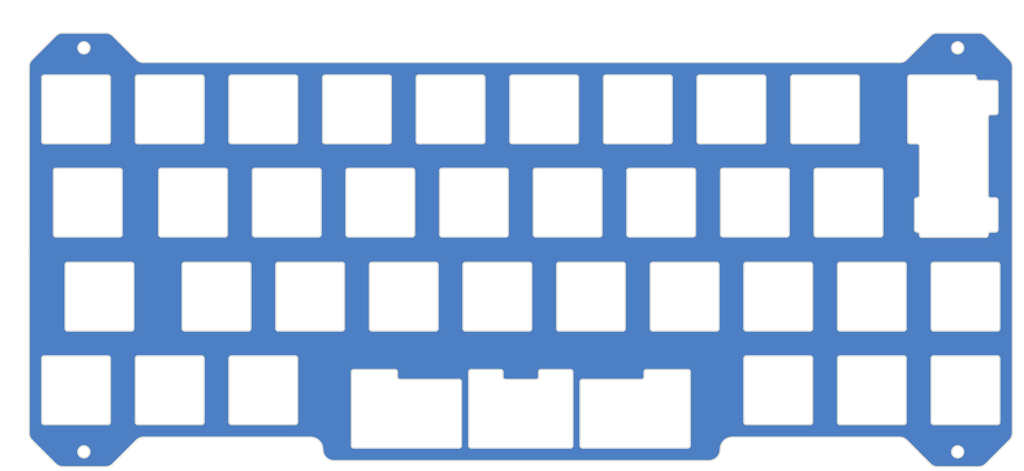
<source format=kicad_pcb>
(kicad_pcb (version 20221018) (generator pcbnew)
  (layers (0 "F.Cu" signal) (31 "B.Cu" signal) (34 "B.Paste" user) (35 "F.Paste" user) (36 "B.SilkS" user "B.Silkscreen") (37 "F.SilkS" user "F.Silkscreen") (38 "B.Mask" user) (39 "F.Mask" user) (44 "Edge.Cuts" user))
  (net 0 "")
  (gr_curve (pts (xy 70.699259 64.478914) (xy 70.699259 64.755056) (xy 70.475401 64.978914) (xy 70.199259 64.978914)) (stroke (width 0.25)) (layer "Edge.Cuts"))
  (gr_curve (pts (xy 155.924001 89.078655) (xy 156.200143 89.078655) (xy 156.424001 89.302513) (xy 156.424001 89.578655)) (stroke (width 0.25)) (layer "Edge.Cuts"))
  (gr_line (start 75.748874 64.478655) (end 75.748874 51.478655) (stroke (width 0.25)) (layer "Edge.Cuts"))
  (gr_curve (pts (xy 123.874001 103.078655) (xy 123.597858 103.078655) (xy 123.374001 102.854797) (xy 123.374001 102.578655)) (stroke (width 0.25)) (layer "Edge.Cuts"))
  (gr_curve (pts (xy 73.080259 83.444521) (xy 73.080259 83.720663) (xy 72.856401 83.944521) (xy 72.580259 83.944521)) (stroke (width 0.25)) (layer "Edge.Cuts"))
  (gr_line (start 171.498874 50.978655) (end 184.498874 50.978655) (stroke (width 0.25)) (layer "Edge.Cuts"))
  (gr_line (start 85.274001 102.578655) (end 85.274001 89.578655) (stroke (width 0.25)) (layer "Edge.Cuts"))
  (gr_curve (pts (xy 89.748874 121.628655) (xy 89.748874 121.904797) (xy 89.525016 122.128655) (xy 89.248874 122.128655)) (stroke (width 0.25)) (layer "Edge.Cuts"))
  (gr_curve (pts (xy 127.848874 64.478655) (xy 127.848874 64.754797) (xy 127.625016 64.978655) (xy 127.348874 64.978655)) (stroke (width 0.25)) (layer "Edge.Cuts"))
  (gr_line (start 151.074374 112.896414) (end 157.298374 112.896414) (stroke (width 0.25)) (layer "Edge.Cuts"))
  (gr_curve (pts (xy 223.098874 64.478655) (xy 223.098874 64.754797) (xy 222.875016 64.978655) (xy 222.598874 64.978655)) (stroke (width 0.25)) (layer "Edge.Cuts"))
  (gr_curve (pts (xy 57.199259 64.978914) (xy 56.923117 64.978914) (xy 56.699259 64.755056) (xy 56.699259 64.478914)) (stroke (width 0.25)) (layer "Edge.Cuts"))
  (gr_circle (center 65.292414 127.653649) (end 66.542414 127.653649) (stroke (width 0.25)) (fill none) (layer "Edge.Cuts"))
  (gr_line (start 200.073874 108.128655) (end 213.073874 108.128655) (stroke (width 0.25)) (layer "Edge.Cuts"))
  (gr_curve (pts (xy 61.461259 89.578914) (xy 61.461259 89.302771) (xy 61.685117 89.078914) (xy 61.961259 89.078914)) (stroke (width 0.25)) (layer "Edge.Cuts"))
  (gr_curve (pts (xy 150.574374 112.396414) (xy 150.574374 112.672556) (xy 150.798231 112.896414) (xy 151.074374 112.896414)) (stroke (width 0.25)) (layer "Edge.Cuts"))
  (gr_line (start 137.661259 83.444655) (end 137.661259 70.444655) (stroke (width 0.25)) (layer "Edge.Cuts"))
  (gr_curve (pts (xy 70.698874 121.628655) (xy 70.698874 121.904797) (xy 70.475016 122.128655) (xy 70.198874 122.128655)) (stroke (width 0.25)) (layer "Edge.Cuts"))
  (gr_curve (pts (xy 151.661259 83.444655) (xy 151.661259 83.720797) (xy 151.437401 83.944655) (xy 151.161259 83.944655)) (stroke (width 0.25)) (layer "Edge.Cuts"))
  (gr_curve (pts (xy 120.198374 126.891414) (xy 119.922231 126.891414) (xy 119.698374 126.667556) (xy 119.698374 126.391414)) (stroke (width 0.25)) (layer "Edge.Cuts"))
  (gr_line (start 156.711259 83.444655) (end 156.711259 70.444655) (stroke (width 0.25)) (layer "Edge.Cuts"))
  (gr_curve (pts (xy 219.124001 103.078655) (xy 218.847858 103.078655) (xy 218.624001 102.854797) (xy 218.624001 102.578655)) (stroke (width 0.25)) (layer "Edge.Cuts"))
  (gr_line (start 197.244597 124.653914) (end 231.293651 124.653965) (stroke (width 0.25)) (layer "Edge.Cuts"))
  (gr_curve (pts (xy 81.011259 83.944655) (xy 80.735117 83.944655) (xy 80.511259 83.720797) (xy 80.511259 83.444655)) (stroke (width 0.25)) (layer "Edge.Cuts"))
  (gr_line (start 155.924001 103.078655) (end 142.924001 103.078655) (stroke (width 0.25)) (layer "Edge.Cuts"))
  (gr_line (start 108.298874 64.978655) (end 95.298874 64.978655) (stroke (width 0.25)) (layer "Edge.Cuts"))
  (gr_line (start 184.498874 64.978655) (end 171.498874 64.978655) (stroke (width 0.25)) (layer "Edge.Cuts"))
  (gr_line (start 127.348874 64.978655) (end 114.348874 64.978655) (stroke (width 0.25)) (layer "Edge.Cuts"))
  (gr_line (start 213.861259 83.444655) (end 213.861259 70.444655) (stroke (width 0.25)) (layer "Edge.Cuts"))
  (gr_line (start 73.080259 70.444521) (end 73.080259 83.444521) (stroke (width 0.25)) (layer "Edge.Cuts"))
  (gr_line (start 176.261259 69.944655) (end 189.261259 69.944655) (stroke (width 0.25)) (layer "Edge.Cuts"))
  (gr_line (start 209.098874 64.478655) (end 209.098874 51.478655) (stroke (width 0.25)) (layer "Edge.Cuts"))
  (gr_line (start 218.623874 121.628655) (end 218.623874 108.628655) (stroke (width 0.25)) (layer "Edge.Cuts"))
  (gr_curve (pts (xy 137.661259 70.444655) (xy 137.661259 70.168513) (xy 137.885117 69.944655) (xy 138.161259 69.944655)) (stroke (width 0.25)) (layer "Edge.Cuts"))
  (gr_curve (pts (xy 80.511259 70.444655) (xy 80.511259 70.168513) (xy 80.735117 69.944655) (xy 81.011259 69.944655)) (stroke (width 0.25)) (layer "Edge.Cuts"))
  (gr_curve (pts (xy 164.298374 110.891414) (xy 164.574516 110.891414) (xy 164.798374 111.115271) (xy 164.798374 111.391414)) (stroke (width 0.25)) (layer "Edge.Cuts"))
  (gr_line (start 251.673874 108.628655) (end 251.673874 121.628655) (stroke (width 0.25)) (layer "Edge.Cuts"))
  (gr_curve (pts (xy 129.111374 112.391414) (xy 129.111374 112.667556) (xy 129.335231 112.891414) (xy 129.611374 112.891414)) (stroke (width 0.25)) (layer "Edge.Cuts"))
  (gr_line (start 89.248874 122.128655) (end 76.248874 122.128655) (stroke (width 0.25)) (layer "Edge.Cuts"))
  (gr_curve (pts (xy 189.761259 83.444655) (xy 189.761259 83.720797) (xy 189.537401 83.944655) (xy 189.261259 83.944655)) (stroke (width 0.25)) (layer "Edge.Cuts"))
  (gr_line (start 237.673874 121.628655) (end 237.673874 108.628655) (stroke (width 0.25)) (layer "Edge.Cuts"))
  (gr_curve (pts (xy 233.411374 50.978914) (xy 233.135232 50.978914) (xy 232.911374 51.202771) (xy 232.911374 51.478914)) (stroke (width 0.25)) (layer "Edge.Cuts"))
  (gr_curve (pts (xy 165.948874 64.478655) (xy 165.948874 64.754797) (xy 165.725016 64.978655) (xy 165.448874 64.978655)) (stroke (width 0.25)) (layer "Edge.Cuts"))
  (gr_line (start 136.874001 103.078655) (end 123.874001 103.078655) (stroke (width 0.25)) (layer "Edge.Cuts"))
  (gr_curve (pts (xy 199.574001 89.578655) (xy 199.574001 89.302513) (xy 199.797858 89.078655) (xy 200.074001 89.078655)) (stroke (width 0.25)) (layer "Edge.Cuts"))
  (gr_curve (pts (xy 190.548874 64.978655) (xy 190.272732 64.978655) (xy 190.048874 64.754797) (xy 190.048874 64.478655)) (stroke (width 0.25)) (layer "Edge.Cuts"))
  (gr_curve (pts (xy 89.248874 108.128655) (xy 89.525016 108.128655) (xy 89.748874 108.352513) (xy 89.748874 108.628655)) (stroke (width 0.25)) (layer "Edge.Cuts"))
  (gr_curve (pts (xy 180.524001 89.578655) (xy 180.524001 89.302513) (xy 180.747858 89.078655) (xy 181.024001 89.078655)) (stroke (width 0.25)) (layer "Edge.Cuts"))
  (gr_line (start 249.792624 82.946914) (end 250.792624 82.946914) (stroke (width 0.25)) (layer "Edge.Cuts"))
  (gr_curve (pts (xy 213.074001 89.078655) (xy 213.350143 89.078655) (xy 213.574001 89.302513) (xy 213.574001 89.578655)) (stroke (width 0.25)) (layer "Edge.Cuts"))
  (gr_curve (pts (xy 132.111259 69.944655) (xy 132.387401 69.944655) (xy 132.611259 70.168513) (xy 132.611259 70.444655)) (stroke (width 0.25)) (layer "Edge.Cuts"))
  (gr_line (start 194.524001 89.578655) (end 194.524001 102.578655) (stroke (width 0.25)) (layer "Edge.Cuts"))
  (gr_line (start 166.236374 126.391414) (end 166.236374 113.391414) (stroke (width 0.25)) (layer "Edge.Cuts"))
  (gr_line (start 72.580259 83.944521) (end 59.580259 83.944521) (stroke (width 0.25)) (layer "Edge.Cuts"))
  (gr_curve (pts (xy 213.573874 121.628655) (xy 213.573874 121.904797) (xy 213.350016 122.128655) (xy 213.073874 122.128655)) (stroke (width 0.25)) (layer "Edge.Cuts"))
  (gr_line (start 113.561259 70.444655) (end 113.561259 83.444655) (stroke (width 0.25)) (layer "Edge.Cuts"))
  (gr_curve (pts (xy 227.861259 83.444655) (xy 227.861259 83.720797) (xy 227.637401 83.944655) (xy 227.361259 83.944655)) (stroke (width 0.25)) (layer "Edge.Cuts"))
  (gr_curve (pts (xy 164.798374 126.391414) (xy 164.798374 126.667556) (xy 164.574516 126.891414) (xy 164.298374 126.891414)) (stroke (width 0.25)) (layer "Edge.Cuts"))
  (gr_line (start 249.292624 75.446914) (end 249.292624 59.570914) (stroke (width 0.25)) (layer "Edge.Cuts"))
  (gr_curve (pts (xy 70.199259 50.978914) (xy 70.475401 50.978914) (xy 70.699259 51.202771) (xy 70.699259 51.478914)) (stroke (width 0.25)) (layer "Edge.Cuts"))
  (gr_line (start 164.298374 126.891414) (end 144.074374 126.891414) (stroke (width 0.25)) (layer "Edge.Cuts"))
  (gr_line (start 119.698374 126.391414) (end 119.698374 111.391414) (stroke (width 0.25)) (layer "Edge.Cuts"))
  (gr_line (start 165.448874 64.978655) (end 152.448874 64.978655) (stroke (width 0.25)) (layer "Edge.Cuts"))
  (gr_curve (pts (xy 232.123874 108.128655) (xy 232.400016 108.128655) (xy 232.623874 108.352513) (xy 232.623874 108.628655)) (stroke (width 0.25)) (layer "Edge.Cuts"))
  (gr_curve (pts (xy 108.298874 50.978655) (xy 108.575016 50.978655) (xy 108.798874 51.202513) (xy 108.798874 51.478655)) (stroke (width 0.25)) (layer "Edge.Cuts"))
  (gr_line (start 118.611259 83.444655) (end 118.611259 70.444655) (stroke (width 0.25)) (layer "Edge.Cuts"))
  (gr_curve (pts (xy 204.048874 64.478655) (xy 204.048874 64.754797) (xy 203.825016 64.978655) (xy 203.548874 64.978655)) (stroke (width 0.25)) (layer "Edge.Cuts"))
  (gr_curve (pts (xy 251.292624 76.446914) (xy 251.292624 76.170771) (xy 251.068766 75.946914) (xy 250.792624 75.946914)) (stroke (width 0.25)) (layer "Edge.Cuts"))
  (gr_curve (pts (xy 133.398874 64.978655) (xy 133.122732 64.978655) (xy 132.898874 64.754797) (xy 132.898874 64.478655)) (stroke (width 0.25)) (layer "Edge.Cuts"))
  (gr_line (start 128.611374 110.891414) (end 128.611374 110.896414) (stroke (width 0.25)) (layer "Edge.Cuts"))
  (gr_line (start 142.424001 102.578655) (end 142.424001 89.578655) (stroke (width 0.25)) (layer "Edge.Cuts"))
  (gr_line (start 104.824001 89.078655) (end 117.824001 89.078655) (stroke (width 0.25)) (layer "Edge.Cuts"))
  (gr_curve (pts (xy 234.792624 64.983914) (xy 235.068766 64.983914) (xy 235.292624 65.207771) (xy 235.292624 65.483914)) (stroke (width 0.25)) (layer "Edge.Cuts"))
  (gr_line (start 190.548874 50.978655) (end 203.548874 50.978655) (stroke (width 0.25)) (layer "Edge.Cuts"))
  (gr_line (start 238.951881 130.655466) (end 247.370327 130.655554) (stroke (width 0.25)) (layer "Edge.Cuts"))
  (gr_curve (pts (xy 74.961259 89.078914) (xy 75.237401 89.078914) (xy 75.461259 89.302771) (xy 75.461259 89.578914)) (stroke (width 0.25)) (layer "Edge.Cuts"))
  (gr_line (start 57.199259 50.978914) (end 70.199259 50.978914) (stroke (width 0.25)) (layer "Edge.Cuts"))
  (gr_line (start 209.598874 50.978655) (end 222.598874 50.978655) (stroke (width 0.25)) (layer "Edge.Cuts"))
  (gr_curve (pts (xy 248.785003 43.039653) (xy 248.40993 42.66458) (xy 247.901222 42.453867) (xy 247.370789 42.453867)) (stroke (width 0.25)) (layer "Edge.Cuts"))
  (gr_line (start 114.348874 50.978655) (end 127.348874 50.978655) (stroke (width 0.25)) (layer "Edge.Cuts"))
  (gr_curve (pts (xy 251.673874 121.628655) (xy 251.673874 121.904797) (xy 251.450016 122.128655) (xy 251.173874 122.128655)) (stroke (width 0.25)) (layer "Edge.Cuts"))
  (gr_line (start 95.298874 108.128655) (end 108.298874 108.128655) (stroke (width 0.25)) (layer "Edge.Cuts"))
  (gr_line (start 146.398874 64.978655) (end 133.398874 64.978655) (stroke (width 0.25)) (layer "Edge.Cuts"))
  (gr_line (start 213.073874 122.128655) (end 200.073874 122.128655) (stroke (width 0.25)) (layer "Edge.Cuts"))
  (gr_curve (pts (xy 150.074374 110.891414) (xy 150.350516 110.891414) (xy 150.574374 111.115271) (xy 150.574374 111.391414)) (stroke (width 0.25)) (layer "Edge.Cuts"))
  (gr_line (start 223.098874 51.478655) (end 223.098874 64.478655) (stroke (width 0.25)) (layer "Edge.Cuts"))
  (gr_curve (pts (xy 156.711259 70.444655) (xy 156.711259 70.168513) (xy 156.935117 69.944655) (xy 157.211259 69.944655)) (stroke (width 0.25)) (layer "Edge.Cuts"))
  (gr_curve (pts (xy 175.761259 70.444655) (xy 175.761259 70.168513) (xy 175.985117 69.944655) (xy 176.261259 69.944655)) (stroke (width 0.25)) (layer "Edge.Cuts"))
  (gr_curve (pts (xy 247.370327 130.655554) (xy 247.90076 130.65556) (xy 248.40947 130.444852) (xy 248.784547 130.069783)) (stroke (width 0.25)) (layer "Edge.Cuts"))
  (gr_curve (pts (xy 72.580259 69.944521) (xy 72.856401 69.944521) (xy 73.080259 70.168378) (xy 73.080259 70.444521)) (stroke (width 0.25)) (layer "Edge.Cuts"))
  (gr_line (start 227.361259 83.944655) (end 214.361259 83.944655) (stroke (width 0.25)) (layer "Edge.Cuts"))
  (gr_line (start 69.745449 42.453867) (end 61.002301 42.453867) (stroke (width 0.25)) (layer "Edge.Cuts"))
  (gr_line (start 246.911374 51.570914) (end 246.911374 51.478914) (stroke (width 0.25)) (layer "Edge.Cuts"))
  (gr_curve (pts (xy 76.248874 64.978655) (xy 75.972732 64.978655) (xy 75.748874 64.754797) (xy 75.748874 64.478655)) (stroke (width 0.25)) (layer "Edge.Cuts"))
  (gr_curve (pts (xy 203.548874 50.978655) (xy 203.825016 50.978655) (xy 204.048874 51.202513) (xy 204.048874 51.478655)) (stroke (width 0.25)) (layer "Edge.Cuts"))
  (gr_curve (pts (xy 251.292624 52.570914) (xy 251.292624 52.294771) (xy 251.068766 52.070914) (xy 250.792624 52.070914)) (stroke (width 0.25)) (layer "Edge.Cuts"))
  (gr_line (start 158.298374 110.891414) (end 164.298374 110.891414) (stroke (width 0.25)) (layer "Edge.Cuts"))
  (gr_line (start 175.474001 89.578655) (end 175.474001 102.578655) (stroke (width 0.25)) (layer "Edge.Cuts"))
  (gr_line (start 161.474001 102.578655) (end 161.474001 89.578655) (stroke (width 0.25)) (layer "Edge.Cuts"))
  (gr_line (start 108.798874 108.628655) (end 108.798874 121.628655) (stroke (width 0.25)) (layer "Edge.Cuts"))
  (gr_curve (pts (xy 170.711259 83.444655) (xy 170.711259 83.720797) (xy 170.487401 83.944655) (xy 170.211259 83.944655)) (stroke (width 0.25)) (layer "Edge.Cuts"))
  (gr_line (start 175.761259 83.444655) (end 175.761259 70.444655) (stroke (width 0.25)) (layer "Edge.Cuts"))
  (gr_curve (pts (xy 188.674374 126.391414) (xy 188.674374 126.667556) (xy 188.450516 126.891414) (xy 188.174374 126.891414)) (stroke (width 0.25)) (layer "Edge.Cuts"))
  (gr_curve (pts (xy 113.061259 69.944655) (xy 113.337401 69.944655) (xy 113.561259 70.168513) (xy 113.561259 70.444655)) (stroke (width 0.25)) (layer "Edge.Cuts"))
  (gr_line (start 71.159207 130.067923) (end 75.987693 125.239538) (stroke (width 0.25)) (layer "Edge.Cuts"))
  (gr_curve (pts (xy 54.75966 47.86808) (xy 54.384587 48.243153) (xy 54.173873 48.751861) (xy 54.173873 49.282294)) (stroke (width 0.25)) (layer "Edge.Cuts"))
  (gr_curve (pts (xy 61.961259 103.078914) (xy 61.685117 103.078914) (xy 61.461259 102.855056) (xy 61.461259 102.578914)) (stroke (width 0.25)) (layer "Edge.Cuts"))
  (gr_curve (pts (xy 75.987693 125.239538) (xy 76.356813 124.870425) (xy 76.855618 124.660257) (xy 77.377589 124.653914)) (stroke (width 0.25)) (layer "Edge.Cuts"))
  (gr_line (start 151.948874 64.478655) (end 151.948874 51.478655) (stroke (width 0.25)) (layer "Edge.Cuts"))
  (gr_line (start 76.248874 50.978655) (end 89.248874 50.978655) (stroke (width 0.25)) (layer "Edge.Cuts"))
  (gr_line (start 233.411374 64.983914) (end 234.792624 64.983914) (stroke (width 0.25)) (layer "Edge.Cuts"))
  (gr_curve (pts (xy 234.292624 82.446914) (xy 234.292624 82.723056) (xy 234.516481 82.946914) (xy 234.792624 82.946914)) (stroke (width 0.25)) (layer "Edge.Cuts"))
  (gr_curve (pts (xy 98.774001 89.078655) (xy 99.050143 89.078655) (xy 99.274001 89.302513) (xy 99.274001 89.578655)) (stroke (width 0.25)) (layer "Edge.Cuts"))
  (gr_line (start 132.611259 70.444655) (end 132.611259 83.444655) (stroke (width 0.25)) (layer "Edge.Cuts"))
  (gr_line (start 157.798374 112.396414) (end 157.798374 111.391414) (stroke (width 0.25)) (layer "Edge.Cuts"))
  (gr_curve (pts (xy 251.674517 102.578655) (xy 251.674517 102.854797) (xy 251.450659 103.078655) (xy 251.174517 103.078655)) (stroke (width 0.25)) (layer "Edge.Cuts"))
  (gr_line (start 232.624001 89.578655) (end 232.624001 102.578655) (stroke (width 0.25)) (layer "Edge.Cuts"))
  (gr_curve (pts (xy 54.173483 123.825104) (xy 54.173478 124.355537) (xy 54.384186 124.864247) (xy 54.759255 125.239324)) (stroke (width 0.25)) (layer "Edge.Cuts"))
  (gr_curve (pts (xy 117.824001 89.078655) (xy 118.100143 89.078655) (xy 118.324001 89.302513) (xy 118.324001 89.578655)) (stroke (width 0.25)) (layer "Edge.Cuts"))
  (gr_line (start 237.53813 43.039653) (end 232.709661 47.868122) (stroke (width 0.25)) (layer "Edge.Cuts"))
  (gr_curve (pts (xy 232.624001 102.578655) (xy 232.624001 102.854797) (xy 232.400143 103.078655) (xy 232.124001 103.078655)) (stroke (width 0.25)) (layer "Edge.Cuts"))
  (gr_line (start 189.261259 83.944655) (end 176.261259 83.944655) (stroke (width 0.25)) (layer "Edge.Cuts"))
  (gr_line (start 199.574001 102.578655) (end 199.574001 89.578655) (stroke (width 0.25)) (layer "Edge.Cuts"))
  (gr_curve (pts (xy 200.073874 122.128655) (xy 199.797731 122.128655) (xy 199.573874 121.904797) (xy 199.573874 121.628655)) (stroke (width 0.25)) (layer "Edge.Cuts"))
  (gr_curve (pts (xy 234.792624 75.946914) (xy 234.516481 75.946914) (xy 234.292624 76.170771) (xy 234.292624 76.446914)) (stroke (width 0.25)) (layer "Edge.Cuts"))
  (gr_curve (pts (xy 69.744987 130.653695) (xy 70.27542 130.6537) (xy 70.78413 130.442992) (xy 71.159207 130.067923)) (stroke (width 0.25)) (layer "Edge.Cuts"))
  (gr_line (start 251.292624 82.446914) (end 251.292624 76.446914) (stroke (width 0.25)) (layer "Edge.Cuts"))
  (gr_curve (pts (xy 194.744593 127.15391) (xy 194.744595 125.773198) (xy 195.863885 124.653912) (xy 197.244597 124.653914)) (stroke (width 0.25)) (layer "Edge.Cuts"))
  (gr_line (start 89.248874 64.978655) (end 76.248874 64.978655) (stroke (width 0.25)) (layer "Edge.Cuts"))
  (gr_curve (pts (xy 142.924001 103.078655) (xy 142.647858 103.078655) (xy 142.424001 102.854797) (xy 142.424001 102.578655)) (stroke (width 0.25)) (layer "Edge.Cuts"))
  (gr_line (start 137.374001 89.578655) (end 137.374001 102.578655) (stroke (width 0.25)) (layer "Edge.Cuts"))
  (gr_line (start 132.111259 83.944655) (end 119.111259 83.944655) (stroke (width 0.25)) (layer "Edge.Cuts"))
  (gr_curve (pts (xy 152.448874 64.978655) (xy 152.172732 64.978655) (xy 151.948874 64.754797) (xy 151.948874 64.478655)) (stroke (width 0.25)) (layer "Edge.Cuts"))
  (gr_curve (pts (xy 142.424001 89.578655) (xy 142.424001 89.302513) (xy 142.647858 89.078655) (xy 142.924001 89.078655)) (stroke (width 0.25)) (layer "Edge.Cuts"))
  (gr_curve (pts (xy 57.198874 122.128655) (xy 56.922731 122.128655) (xy 56.698874 121.904797) (xy 56.698874 121.628655)) (stroke (width 0.25)) (layer "Edge.Cuts"))
  (gr_curve (pts (xy 94.011259 69.944655) (xy 94.287401 69.944655) (xy 94.511259 70.168513) (xy 94.511259 70.444655)) (stroke (width 0.25)) (layer "Edge.Cuts"))
  (gr_line (start 59.588087 43.039653) (end 54.75966 47.86808) (stroke (width 0.25)) (layer "Edge.Cuts"))
  (gr_curve (pts (xy 142.136374 126.391414) (xy 142.136374 126.667556) (xy 141.912516 126.891414) (xy 141.636374 126.891414)) (stroke (width 0.25)) (layer "Edge.Cuts"))
  (gr_line (start 61.001839 130.653603) (end 69.744987 130.653695) (stroke (width 0.25)) (layer "Edge.Cuts"))
  (gr_curve (pts (xy 137.374001 102.578655) (xy 137.374001 102.854797) (xy 137.150143 103.078655) (xy 136.874001 103.078655)) (stroke (width 0.25)) (layer "Edge.Cuts"))
  (gr_line (start 165.948874 51.478655) (end 165.948874 64.478655) (stroke (width 0.25)) (layer "Edge.Cuts"))
  (gr_curve (pts (xy 248.792624 84.033914) (xy 249.068766 84.033914) (xy 249.292624 83.810056) (xy 249.292624 83.533914)) (stroke (width 0.25)) (layer "Edge.Cuts"))
  (gr_line (start 164.798374 111.391414) (end 164.798374 126.391414) (stroke (width 0.25)) (layer "Edge.Cuts"))
  (gr_curve (pts (xy 104.824001 103.078655) (xy 104.547858 103.078655) (xy 104.324001 102.854797) (xy 104.324001 102.578655)) (stroke (width 0.25)) (layer "Edge.Cuts"))
  (gr_curve (pts (xy 119.698374 111.391414) (xy 119.698374 111.115271) (xy 119.922231 110.891414) (xy 120.198374 110.891414)) (stroke (width 0.25)) (layer "Edge.Cuts"))
  (gr_line (start 74.961259 103.078914) (end 61.961259 103.078914) (stroke (width 0.25)) (layer "Edge.Cuts"))
  (gr_line (start 213.574001 89.578655) (end 213.574001 102.578655) (stroke (width 0.25)) (layer "Edge.Cuts"))
  (gr_line (start 179.261374 112.391414) (end 179.261374 111.396414) (stroke (width 0.25)) (layer "Edge.Cuts"))
  (gr_line (start 61.461259 102.578914) (end 61.461259 89.578914) (stroke (width 0.25)) (layer "Edge.Cuts"))
  (gr_curve (pts (xy 208.311259 69.944655) (xy 208.587401 69.944655) (xy 208.811259 70.168513) (xy 208.811259 70.444655)) (stroke (width 0.25)) (layer "Edge.Cuts"))
  (gr_curve (pts (xy 157.298374 112.896414) (xy 157.574516 112.896414) (xy 157.798374 112.672556) (xy 157.798374 112.396414)) (stroke (width 0.25)) (layer "Edge.Cuts"))
  (gr_curve (pts (xy 94.798874 108.628655) (xy 94.798874 108.352513) (xy 95.022731 108.128655) (xy 95.298874 108.128655)) (stroke (width 0.25)) (layer "Edge.Cuts"))
  (gr_curve (pts (xy 232.124001 89.078655) (xy 232.400143 89.078655) (xy 232.624001 89.302513) (xy 232.624001 89.578655)) (stroke (width 0.25)) (layer "Edge.Cuts"))
  (gr_line (start 81.011259 69.944655) (end 94.011259 69.944655) (stroke (width 0.25)) (layer "Edge.Cuts"))
  (gr_line (start 246.411374 50.978914) (end 233.411374 50.978914) (stroke (width 0.25)) (layer "Edge.Cuts"))
  (gr_line (start 213.074001 103.078655) (end 200.074001 103.078655) (stroke (width 0.25)) (layer "Edge.Cuts"))
  (gr_line (start 179.761374 110.896414) (end 188.174374 110.896414) (stroke (width 0.25)) (layer "Edge.Cuts"))
  (gr_curve (pts (xy 214.361259 83.944655) (xy 214.085117 83.944655) (xy 213.861259 83.720797) (xy 213.861259 83.444655)) (stroke (width 0.25)) (layer "Edge.Cuts"))
  (gr_curve (pts (xy 75.748874 108.628655) (xy 75.748874 108.352513) (xy 75.972731 108.128655) (xy 76.248874 108.128655)) (stroke (width 0.25)) (layer "Edge.Cuts"))
  (gr_line (start 208.311259 83.944655) (end 195.311259 83.944655) (stroke (width 0.25)) (layer "Edge.Cuts"))
  (gr_curve (pts (xy 70.198874 108.128655) (xy 70.475016 108.128655) (xy 70.698874 108.352513) (xy 70.698874 108.628655)) (stroke (width 0.25)) (layer "Edge.Cuts"))
  (gr_line (start 108.298874 122.128655) (end 95.298874 122.128655) (stroke (width 0.25)) (layer "Edge.Cuts"))
  (gr_line (start 104.324001 102.578655) (end 104.324001 89.578655) (stroke (width 0.25)) (layer "Edge.Cuts"))
  (gr_line (start 142.136374 113.391414) (end 142.136374 126.391414) (stroke (width 0.25)) (layer "Edge.Cuts"))
  (gr_line (start 80.511259 83.444655) (end 80.511259 70.444655) (stroke (width 0.25)) (layer "Edge.Cuts"))
  (gr_line (start 75.461259 89.578914) (end 75.461259 102.578914) (stroke (width 0.25)) (layer "Edge.Cuts"))
  (gr_curve (pts (xy 56.699259 51.478914) (xy 56.699259 51.202771) (xy 56.923117 50.978914) (xy 57.199259 50.978914)) (stroke (width 0.25)) (layer "Edge.Cuts"))
  (gr_line (start 70.699259 51.478914) (end 70.699259 64.478914) (stroke (width 0.25)) (layer "Edge.Cuts"))
  (gr_curve (pts (xy 114.348874 64.978655) (xy 114.072732 64.978655) (xy 113.848874 64.754797) (xy 113.848874 64.478655)) (stroke (width 0.25)) (layer "Edge.Cuts"))
  (gr_line (start 235.292624 83.446914) (end 235.292624 83.533914) (stroke (width 0.25)) (layer "Edge.Cuts"))
  (gr_curve (pts (xy 100.061259 83.944655) (xy 99.785117 83.944655) (xy 99.561259 83.720797) (xy 99.561259 83.444655)) (stroke (width 0.25)) (layer "Edge.Cuts"))
  (gr_line (start 75.98809 47.86808) (end 71.159663 43.039653) (stroke (width 0.25)) (layer "Edge.Cuts"))
  (gr_line (start 99.274001 89.578655) (end 99.274001 102.578655) (stroke (width 0.25)) (layer "Edge.Cuts"))
  (gr_curve (pts (xy 178.761374 112.891414) (xy 179.037516 112.891414) (xy 179.261374 112.667556) (xy 179.261374 112.391414)) (stroke (width 0.25)) (layer "Edge.Cuts"))
  (gr_curve (pts (xy 209.098874 51.478655) (xy 209.098874 51.202513) (xy 209.322732 50.978655) (xy 209.598874 50.978655)) (stroke (width 0.25)) (layer "Edge.Cuts"))
  (gr_curve (pts (xy 232.709661 47.868122) (xy 232.334588 48.243195) (xy 231.82588 48.453909) (xy 231.295446 48.453909)) (stroke (width 0.25)) (layer "Edge.Cuts"))
  (gr_curve (pts (xy 118.324001 102.578655) (xy 118.324001 102.854797) (xy 118.100143 103.078655) (xy 117.824001 103.078655)) (stroke (width 0.25)) (layer "Edge.Cuts"))
  (gr_line (start 113.848874 64.478655) (end 113.848874 51.478655) (stroke (width 0.25)) (layer "Edge.Cuts"))
  (gr_line (start 166.736374 112.891414) (end 178.761374 112.891414) (stroke (width 0.25)) (layer "Edge.Cuts"))
  (gr_line (start 143.574374 126.391414) (end 143.574374 111.391414) (stroke (width 0.25)) (layer "Edge.Cuts"))
  (gr_curve (pts (xy 138.161259 83.944655) (xy 137.885117 83.944655) (xy 137.661259 83.720797) (xy 137.661259 83.444655)) (stroke (width 0.25)) (layer "Edge.Cuts"))
  (gr_line (start 108.798874 51.478655) (end 108.798874 64.478655) (stroke (width 0.25)) (layer "Edge.Cuts"))
  (gr_line (start 156.424001 89.578655) (end 156.424001 102.578655) (stroke (width 0.25)) (layer "Edge.Cuts"))
  (gr_line (start 190.048874 64.478655) (end 190.048874 51.478655) (stroke (width 0.25)) (layer "Edge.Cuts"))
  (gr_line (start 208.811259 70.444655) (end 208.811259 83.444655) (stroke (width 0.25)) (layer "Edge.Cuts"))
  (gr_curve (pts (xy 161.474001 89.578655) (xy 161.474001 89.302513) (xy 161.697858 89.078655) (xy 161.974001 89.078655)) (stroke (width 0.25)) (layer "Edge.Cuts"))
  (gr_curve (pts (xy 218.624001 89.578655) (xy 218.624001 89.302513) (xy 218.847858 89.078655) (xy 219.124001 89.078655)) (stroke (width 0.25)) (layer "Edge.Cuts"))
  (gr_line (start 247.370789 42.453867) (end 238.952343 42.453867) (stroke (width 0.25)) (layer "Edge.Cuts"))
  (gr_curve (pts (xy 232.911374 64.483914) (xy 232.911374 64.760056) (xy 233.135232 64.983914) (xy 233.411374 64.983914)) (stroke (width 0.25)) (layer "Edge.Cuts"))
  (gr_curve (pts (xy 157.798374 111.391414) (xy 157.798374 111.115271) (xy 158.022231 110.891414) (xy 158.298374 110.891414)) (stroke (width 0.25)) (layer "Edge.Cuts"))
  (gr_line (start 203.548874 64.978655) (end 190.548874 64.978655) (stroke (width 0.25)) (layer "Edge.Cuts"))
  (gr_curve (pts (xy 192.482871 129.415637) (xy 193.731974 129.415637) (xy 194.744577 128.403047) (xy 194.744593 127.153943)) (stroke (width 0.25)) (layer "Edge.Cuts"))
  (gr_line (start 151.161259 83.944655) (end 138.161259 83.944655) (stroke (width 0.25)) (layer "Edge.Cuts"))
  (gr_curve (pts (xy 194.744593 127.153943) (xy 194.744593 127.153932) (xy 194.744593 127.153921) (xy 194.744593 127.15391)) (stroke (width 0.25)) (layer "Edge.Cuts"))
  (gr_curve (pts (xy 59.587631 130.067802) (xy 59.9627 130.442878) (xy 60.471406 130.653597) (xy 61.001839 130.653603)) (stroke (width 0.25)) (layer "Edge.Cuts"))
  (gr_line (start 219.124001 89.078655) (end 232.124001 89.078655) (stroke (width 0.25)) (layer "Edge.Cuts"))
  (gr_line (start 123.374001 102.578655) (end 123.374001 89.578655) (stroke (width 0.25)) (layer "Edge.Cuts"))
  (gr_line (start 249.292624 83.533914) (end 249.292624 83.446914) (stroke (width 0.25)) (layer "Edge.Cuts"))
  (gr_curve (pts (xy 218.623874 108.628655) (xy 218.623874 108.352513) (xy 218.847731 108.128655) (xy 219.123874 108.128655)) (stroke (width 0.25)) (layer "Edge.Cuts"))
  (gr_line (start 232.123874 122.128655) (end 219.123874 122.128655) (stroke (width 0.25)) (layer "Edge.Cuts"))
  (gr_curve (pts (xy 95.298874 64.978655) (xy 95.022732 64.978655) (xy 94.798874 64.754797) (xy 94.798874 64.478655)) (stroke (width 0.25)) (layer "Edge.Cuts"))
  (gr_curve (pts (xy 170.211259 69.944655) (xy 170.487401 69.944655) (xy 170.711259 70.168513) (xy 170.711259 70.444655)) (stroke (width 0.25)) (layer "Edge.Cuts"))
  (gr_curve (pts (xy 146.898874 64.478655) (xy 146.898874 64.754797) (xy 146.675016 64.978655) (xy 146.398874 64.978655)) (stroke (width 0.25)) (layer "Edge.Cuts"))
  (gr_curve (pts (xy 132.898874 51.478655) (xy 132.898874 51.202513) (xy 133.122732 50.978655) (xy 133.398874 50.978655)) (stroke (width 0.25)) (layer "Edge.Cuts"))
  (gr_curve (pts (xy 127.348874 50.978655) (xy 127.625016 50.978655) (xy 127.848874 51.202513) (xy 127.848874 51.478655)) (stroke (width 0.25)) (layer "Edge.Cuts"))
  (gr_curve (pts (xy 132.611259 83.444655) (xy 132.611259 83.720797) (xy 132.387401 83.944655) (xy 132.111259 83.944655)) (stroke (width 0.25)) (layer "Edge.Cuts"))
  (gr_curve (pts (xy 253.613057 125.241374) (xy 253.988134 124.866305) (xy 254.198853 124.357599) (xy 254.198858 123.827166)) (stroke (width 0.25)) (layer "Edge.Cuts"))
  (gr_line (start 180.524001 102.578655) (end 180.524001 89.578655) (stroke (width 0.25)) (layer "Edge.Cuts"))
  (gr_line (start 94.798874 64.478655) (end 94.798874 51.478655) (stroke (width 0.25)) (layer "Edge.Cuts"))
  (gr_curve (pts (xy 75.748874 51.478655) (xy 75.748874 51.202513) (xy 75.972732 50.978655) (xy 76.248874 50.978655)) (stroke (width 0.25)) (layer "Edge.Cuts"))
  (gr_line (start 120.198374 110.891414) (end 128.611374 110.891414) (stroke (width 0.25)) (layer "Edge.Cuts"))
  (gr_line (start 54.173873 49.282294) (end 54.173874 86.432641) (stroke (width 0.25)) (layer "Edge.Cuts"))
  (gr_line (start 56.698874 121.628655) (end 56.698874 108.628655) (stroke (width 0.25)) (layer "Edge.Cuts"))
  (gr_line (start 184.998874 51.478655) (end 184.998874 64.478655) (stroke (width 0.25)) (layer "Edge.Cuts"))
  (gr_curve (pts (xy 249.792624 75.946914) (xy 249.516481 75.946914) (xy 249.292624 75.723056) (xy 249.292624 75.446914)) (stroke (width 0.25)) (layer "Edge.Cuts"))
  (gr_curve (pts (xy 94.798874 51.478655) (xy 94.798874 51.202513) (xy 95.022732 50.978655) (xy 95.298874 50.978655)) (stroke (width 0.25)) (layer "Edge.Cuts"))
  (gr_circle (center 243.080103 45.453885) (end 244.330103 45.453885) (stroke (width 0.25)) (fill none) (layer "Edge.Cuts"))
  (gr_curve (pts (xy 151.948874 51.478655) (xy 151.948874 51.202513) (xy 152.172732 50.978655) (xy 152.448874 50.978655)) (stroke (width 0.25)) (layer "Edge.Cuts"))
  (gr_line (start 235.792624 84.033914) (end 248.792624 84.033914) (stroke (width 0.25)) (layer "Edge.Cuts"))
  (gr_line (start 174.974001 103.078655) (end 161.974001 103.078655) (stroke (width 0.25)) (layer "Edge.Cuts"))
  (gr_curve (pts (xy 237.537674 130.069665) (xy 237.912743 130.444742) (xy 238.421448 130.655461) (xy 238.951881 130.655466)) (stroke (width 0.25)) (layer "Edge.Cuts"))
  (gr_line (start 251.674517 89.578655) (end 251.674517 102.578655) (stroke (width 0.25)) (layer "Edge.Cuts"))
  (gr_curve (pts (xy 249.292624 59.570914) (xy 249.292624 59.294771) (xy 249.516482 59.070914) (xy 249.792624 59.070914)) (stroke (width 0.25)) (layer "Edge.Cuts"))
  (gr_curve (pts (xy 209.598874 64.978655) (xy 209.322732 64.978655) (xy 209.098874 64.754797) (xy 209.098874 64.478655)) (stroke (width 0.25)) (layer "Edge.Cuts"))
  (gr_curve (pts (xy 141.636374 112.891414) (xy 141.912516 112.891414) (xy 142.136374 113.115271) (xy 142.136374 113.391414)) (stroke (width 0.25)) (layer "Edge.Cuts"))
  (gr_curve (pts (xy 234.792624 82.946914) (xy 235.068766 82.946914) (xy 235.292624 83.170771) (xy 235.292624 83.446914)) (stroke (width 0.25)) (layer "Edge.Cuts"))
  (gr_line (start 98.774001 103.078655) (end 85.774001 103.078655) (stroke (width 0.25)) (layer "Edge.Cuts"))
  (gr_curve (pts (xy 190.048874 51.478655) (xy 190.048874 51.202513) (xy 190.272732 50.978655) (xy 190.548874 50.978655)) (stroke (width 0.25)) (layer "Edge.Cuts"))
  (gr_line (start 133.398874 50.978655) (end 146.398874 50.978655) (stroke (width 0.25)) (layer "Edge.Cuts"))
  (gr_curve (pts (xy 250.792624 59.070914) (xy 251.068766 59.070914) (xy 251.292624 58.847056) (xy 251.292624 58.570914)) (stroke (width 0.25)) (layer "Edge.Cuts"))
  (gr_line (start 132.898874 64.478655) (end 132.898874 51.478655) (stroke (width 0.25)) (layer "Edge.Cuts"))
  (gr_curve (pts (xy 189.261259 69.944655) (xy 189.537401 69.944655) (xy 189.761259 70.168513) (xy 189.761259 70.444655)) (stroke (width 0.25)) (layer "Edge.Cuts"))
  (gr_line (start 54.759255 125.239324) (end 59.587631 130.067802) (stroke (width 0.25)) (layer "Edge.Cuts"))
  (gr_curve (pts (xy 113.926643 127.153914) (xy 113.926643 128.403029) (xy 114.939251 129.415637) (xy 116.188366 129.415637)) (stroke (width 0.25)) (layer "Edge.Cuts"))
  (gr_line (start 188.174374 126.891414) (end 166.736374 126.891414) (stroke (width 0.25)) (layer "Edge.Cuts"))
  (gr_line (start 94.798874 121.628655) (end 94.798874 108.628655) (stroke (width 0.25)) (layer "Edge.Cuts"))
  (gr_line (start 238.173874 108.128655) (end 251.173874 108.128655) (stroke (width 0.25)) (layer "Edge.Cuts"))
  (gr_curve (pts (xy 170.998874 51.478655) (xy 170.998874 51.202513) (xy 171.222732 50.978655) (xy 171.498874 50.978655)) (stroke (width 0.25)) (layer "Edge.Cuts"))
  (gr_curve (pts (xy 99.274001 102.578655) (xy 99.274001 102.854797) (xy 99.050143 103.078655) (xy 98.774001 103.078655)) (stroke (width 0.25)) (layer "Edge.Cuts"))
  (gr_line (start 138.161259 69.944655) (end 151.161259 69.944655) (stroke (width 0.25)) (layer "Edge.Cuts"))
  (gr_curve (pts (xy 238.952343 42.453867) (xy 238.42191 42.453867) (xy 237.913202 42.66458) (xy 237.53813 43.039653)) (stroke (width 0.25)) (layer "Edge.Cuts"))
  (gr_line (start 100.061259 69.944655) (end 113.061259 69.944655) (stroke (width 0.25)) (layer "Edge.Cuts"))
  (gr_line (start 157.211259 69.944655) (end 170.211259 69.944655) (stroke (width 0.25)) (layer "Edge.Cuts"))
  (gr_curve (pts (xy 199.573874 108.628655) (xy 199.573874 108.352513) (xy 199.797731 108.128655) (xy 200.073874 108.128655)) (stroke (width 0.25)) (layer "Edge.Cuts"))
  (gr_curve (pts (xy 113.561259 83.444655) (xy 113.561259 83.720797) (xy 113.337401 83.944655) (xy 113.061259 83.944655)) (stroke (width 0.25)) (layer "Edge.Cuts"))
  (gr_line (start 238.174517 89.078655) (end 251.174517 89.078655) (stroke (width 0.25)) (layer "Edge.Cuts"))
  (gr_line (start 152.448874 50.978655) (end 165.448874 50.978655) (stroke (width 0.25)) (layer "Edge.Cuts"))
  (gr_line (start 57.198874 108.128655) (end 70.198874 108.128655) (stroke (width 0.25)) (layer "Edge.Cuts"))
  (gr_curve (pts (xy 175.474001 102.578655) (xy 175.474001 102.854797) (xy 175.250143 103.078655) (xy 174.974001 103.078655)) (stroke (width 0.25)) (layer "Edge.Cuts"))
  (gr_line (start 232.911374 51.478914) (end 232.911374 64.483914) (stroke (width 0.25)) (layer "Edge.Cuts"))
  (gr_line (start 251.174517 103.078655) (end 238.174517 103.078655) (stroke (width 0.25)) (layer "Edge.Cuts"))
  (gr_line (start 194.811259 83.444655) (end 194.811259 70.444655) (stroke (width 0.25)) (layer "Edge.Cuts"))
  (gr_line (start 235.292624 65.483914) (end 235.292624 75.446914) (stroke (width 0.25)) (layer "Edge.Cuts"))
  (gr_line (start 59.080259 83.444521) (end 59.080259 70.444521) (stroke (width 0.25)) (layer "Edge.Cuts"))
  (gr_curve (pts (xy 123.374001 89.578655) (xy 123.374001 89.302513) (xy 123.597858 89.078655) (xy 123.874001 89.078655)) (stroke (width 0.25)) (layer "Edge.Cuts"))
  (gr_line (start 77.377589 124.653914) (end 111.426643 124.653914) (stroke (width 0.25)) (layer "Edge.Cuts"))
  (gr_line (start 146.898874 51.478655) (end 146.898874 64.478655) (stroke (width 0.25)) (layer "Edge.Cuts"))
  (gr_curve (pts (xy 104.324001 89.578655) (xy 104.324001 89.302513) (xy 104.547858 89.078655) (xy 104.824001 89.078655)) (stroke (width 0.25)) (layer "Edge.Cuts"))
  (gr_line (start 127.848874 51.478655) (end 127.848874 64.478655) (stroke (width 0.25)) (layer "Edge.Cuts"))
  (gr_line (start 195.311259 69.944655) (end 208.311259 69.944655) (stroke (width 0.25)) (layer "Edge.Cuts"))
  (gr_curve (pts (xy 89.748874 64.478655) (xy 89.748874 64.754797) (xy 89.525016 64.978655) (xy 89.248874 64.978655)) (stroke (width 0.25)) (layer "Edge.Cuts"))
  (gr_curve (pts (xy 237.673874 108.628655) (xy 237.673874 108.352513) (xy 237.897731 108.128655) (xy 238.173874 108.128655)) (stroke (width 0.25)) (layer "Edge.Cuts"))
  (gr_curve (pts (xy 108.798874 64.478655) (xy 108.798874 64.754797) (xy 108.575016 64.978655) (xy 108.298874 64.978655)) (stroke (width 0.25)) (layer "Edge.Cuts"))
  (gr_line (start 113.061259 83.944655) (end 100.061259 83.944655) (stroke (width 0.25)) (layer "Edge.Cuts"))
  (gr_line (start 70.199259 64.978914) (end 57.199259 64.978914) (stroke (width 0.25)) (layer "Edge.Cuts"))
  (gr_curve (pts (xy 184.998874 64.478655) (xy 184.998874 64.754797) (xy 184.775016 64.978655) (xy 184.498874 64.978655)) (stroke (width 0.25)) (layer "Edge.Cuts"))
  (gr_curve (pts (xy 165.448874 50.978655) (xy 165.725016 50.978655) (xy 165.948874 51.202513) (xy 165.948874 51.478655)) (stroke (width 0.25)) (layer "Edge.Cuts"))
  (gr_curve (pts (xy 213.861259 70.444655) (xy 213.861259 70.168513) (xy 214.085117 69.944655) (xy 214.361259 69.944655)) (stroke (width 0.25)) (layer "Edge.Cuts"))
  (gr_curve (pts (xy 195.311259 83.944655) (xy 195.035117 83.944655) (xy 194.811259 83.720797) (xy 194.811259 83.444655)) (stroke (width 0.25)) (layer "Edge.Cuts"))
  (gr_line (start 248.784547 130.069783) (end 253.613057 125.241374) (stroke (width 0.25)) (layer "Edge.Cuts"))
  (gr_line (start 129.111374 111.396414) (end 129.111374 112.391414) (stroke (width 0.25)) (layer "Edge.Cuts"))
  (gr_curve (pts (xy 238.174517 103.078655) (xy 237.898375 103.078655) (xy 237.674517 102.854797) (xy 237.674517 102.578655)) (stroke (width 0.25)) (layer "Edge.Cuts"))
  (gr_line (start 129.611374 112.891414) (end 141.636374 112.891414) (stroke (width 0.25)) (layer "Edge.Cuts"))
  (gr_curve (pts (xy 213.574001 102.578655) (xy 213.574001 102.854797) (xy 213.350143 103.078655) (xy 213.074001 103.078655)) (stroke (width 0.25)) (layer "Edge.Cuts"))
  (gr_line (start 170.211259 83.944655) (end 157.211259 83.944655) (stroke (width 0.25)) (layer "Edge.Cuts"))
  (gr_curve (pts (xy 99.561259 70.444655) (xy 99.561259 70.168513) (xy 99.785117 69.944655) (xy 100.061259 69.944655)) (stroke (width 0.25)) (layer "Edge.Cuts"))
  (gr_line (start 94.511259 70.444655) (end 94.511259 83.444655) (stroke (width 0.25)) (layer "Edge.Cuts"))
  (gr_line (start 89.748874 108.628655) (end 89.748874 121.628655) (stroke (width 0.25)) (layer "Edge.Cuts"))
  (gr_line (start 170.998874 64.478655) (end 170.998874 51.478655) (stroke (width 0.25)) (layer "Edge.Cuts"))
  (gr_line (start 231.295446 48.453909) (end 77.402303 48.453867) (stroke (width 0.25)) (layer "Edge.Cuts"))
  (gr_curve (pts (xy 251.174517 89.078655) (xy 251.450659 89.078655) (xy 251.674517 89.302513) (xy 251.674517 89.578655)) (stroke (width 0.25)) (layer "Edge.Cuts"))
  (gr_circle (center 243.080103 127.655492) (end 244.330103 127.655492) (stroke (width 0.25)) (fill none) (layer "Edge.Cuts"))
  (gr_curve (pts (xy 143.574374 111.391414) (xy 143.574374 111.115271) (xy 143.798231 110.891414) (xy 144.074374 110.891414)) (stroke (width 0.25)) (layer "Edge.Cuts"))
  (gr_curve (pts (xy 85.774001 103.078655) (xy 85.497858 103.078655) (xy 85.274001 102.854797) (xy 85.274001 102.578655)) (stroke (width 0.25)) (layer "Edge.Cuts"))
  (gr_curve (pts (xy 119.111259 83.944655) (xy 118.835117 83.944655) (xy 118.611259 83.720797) (xy 118.611259 83.444655)) (stroke (width 0.25)) (layer "Edge.Cuts"))
  (gr_curve (pts (xy 113.848874 51.478655) (xy 113.848874 51.202513) (xy 114.072732 50.978655) (xy 114.348874 50.978655)) (stroke (width 0.25)) (layer "Edge.Cuts"))
  (gr_curve (pts (xy 71.159663 43.039653) (xy 70.78459 42.66458) (xy 70.275882 42.453867) (xy 69.745449 42.453867)) (stroke (width 0.25)) (layer "Edge.Cuts"))
  (gr_line (start 200.074001 89.078655) (end 213.074001 89.078655) (stroke (width 0.25)) (layer "Edge.Cuts"))
  (gr_line (start 250.792624 52.070914) (end 247.411374 52.070914) (stroke (width 0.25)) (layer "Edge.Cuts"))
  (gr_curve (pts (xy 161.974001 103.078655) (xy 161.697858 103.078655) (xy 161.474001 102.854797) (xy 161.474001 102.578655)) (stroke (width 0.25)) (layer "Edge.Cuts"))
  (gr_line (start 204.048874 51.478655) (end 204.048874 64.478655) (stroke (width 0.25)) (layer "Edge.Cuts"))
  (gr_line (start 70.198874 122.128655) (end 57.198874 122.128655) (stroke (width 0.25)) (layer "Edge.Cuts"))
  (gr_curve (pts (xy 237.674517 89.578655) (xy 237.674517 89.302513) (xy 237.898375 89.078655) (xy 238.174517 89.078655)) (stroke (width 0.25)) (layer "Edge.Cuts"))
  (gr_curve (pts (xy 176.261259 83.944655) (xy 175.985117 83.944655) (xy 175.761259 83.720797) (xy 175.761259 83.444655)) (stroke (width 0.25)) (layer "Edge.Cuts"))
  (gr_curve (pts (xy 89.248874 50.978655) (xy 89.525016 50.978655) (xy 89.748874 51.202513) (xy 89.748874 51.478655)) (stroke (width 0.25)) (layer "Edge.Cuts"))
  (gr_curve (pts (xy 95.298874 122.128655) (xy 95.022731 122.128655) (xy 94.798874 121.904797) (xy 94.798874 121.628655)) (stroke (width 0.25)) (layer "Edge.Cuts"))
  (gr_line (start 170.711259 70.444655) (end 170.711259 83.444655) (stroke (width 0.25)) (layer "Edge.Cuts"))
  (gr_line (start 59.580259 69.944521) (end 72.580259 69.944521) (stroke (width 0.25)) (layer "Edge.Cuts"))
  (gr_line (start 161.974001 89.078655) (end 174.974001 89.078655) (stroke (width 0.25)) (layer "Edge.Cuts"))
  (gr_line (start 54.173874 86.432641) (end 54.173483 123.825104) (stroke (width 0.25)) (layer "Edge.Cuts"))
  (gr_curve (pts (xy 251.173874 108.128655) (xy 251.450016 108.128655) (xy 251.673874 108.352513) (xy 251.673874 108.628655)) (stroke (width 0.25)) (layer "Edge.Cuts"))
  (gr_curve (pts (xy 156.424001 102.578655) (xy 156.424001 102.854797) (xy 156.200143 103.078655) (xy 155.924001 103.078655)) (stroke (width 0.25)) (layer "Edge.Cuts"))
  (gr_curve (pts (xy 194.811259 70.444655) (xy 194.811259 70.168513) (xy 195.035117 69.944655) (xy 195.311259 69.944655)) (stroke (width 0.25)) (layer "Edge.Cuts"))
  (gr_curve (pts (xy 249.292624 83.446914) (xy 249.292624 83.170771) (xy 249.516481 82.946914) (xy 249.792624 82.946914)) (stroke (width 0.25)) (layer "Edge.Cuts"))
  (gr_curve (pts (xy 227.361259 69.944655) (xy 227.637401 69.944655) (xy 227.861259 70.168513) (xy 227.861259 70.444655)) (stroke (width 0.25)) (layer "Edge.Cuts"))
  (gr_line (start 253.613462 47.868113) (end 248.785003 43.039653) (stroke (width 0.25)) (layer "Edge.Cuts"))
  (gr_line (start 249.792624 59.070914) (end 250.792624 59.070914) (stroke (width 0.25)) (layer "Edge.Cuts"))
  (gr_line (start 116.188366 129.415637) (end 192.482871 129.415637) (stroke (width 0.25)) (layer "Edge.Cuts"))
  (gr_line (start 94.011259 83.944655) (end 81.011259 83.944655) (stroke (width 0.25)) (layer "Edge.Cuts"))
  (gr_line (start 213.573874 108.628655) (end 213.573874 121.628655) (stroke (width 0.25)) (layer "Edge.Cuts"))
  (gr_line (start 227.861259 70.444655) (end 227.861259 83.444655) (stroke (width 0.25)) (layer "Edge.Cuts"))
  (gr_curve (pts (xy 235.292624 83.533914) (xy 235.292624 83.810056) (xy 235.516481 84.033914) (xy 235.792624 84.033914)) (stroke (width 0.25)) (layer "Edge.Cuts"))
  (gr_line (start 218.624001 102.578655) (end 218.624001 89.578655) (stroke (width 0.25)) (layer "Edge.Cuts"))
  (gr_line (start 95.298874 50.978655) (end 108.298874 50.978655) (stroke (width 0.25)) (layer "Edge.Cuts"))
  (gr_curve (pts (xy 246.911374 51.478914) (xy 246.911374 51.202771) (xy 246.687516 50.978914) (xy 246.411374 50.978914)) (stroke (width 0.25)) (layer "Edge.Cuts"))
  (gr_line (start 194.024001 103.078655) (end 181.024001 103.078655) (stroke (width 0.25)) (layer "Edge.Cuts"))
  (gr_line (start 142.924001 89.078655) (end 155.924001 89.078655) (stroke (width 0.25)) (layer "Edge.Cuts"))
  (gr_curve (pts (xy 200.074001 103.078655) (xy 199.797858 103.078655) (xy 199.574001 102.854797) (xy 199.574001 102.578655)) (stroke (width 0.25)) (layer "Edge.Cuts"))
  (gr_line (start 117.824001 103.078655) (end 104.824001 103.078655) (stroke (width 0.25)) (layer "Edge.Cuts"))
  (gr_curve (pts (xy 108.798874 121.628655) (xy 108.798874 121.904797) (xy 108.575016 122.128655) (xy 108.298874 122.128655)) (stroke (width 0.25)) (layer "Edge.Cuts"))
  (gr_line (start 141.636374 126.891414) (end 120.198374 126.891414) (stroke (width 0.25)) (layer "Edge.Cuts"))
  (gr_line (start 254.198858 123.827166) (end 254.199257 49.282326) (stroke (width 0.25)) (layer "Edge.Cuts"))
  (gr_curve (pts (xy 157.211259 83.944655) (xy 156.935117 83.944655) (xy 156.711259 83.720797) (xy 156.711259 83.444655)) (stroke (width 0.25)) (layer "Edge.Cuts"))
  (gr_line (start 118.324001 89.578655) (end 118.324001 102.578655) (stroke (width 0.25)) (layer "Edge.Cuts"))
  (gr_curve (pts (xy 61.002301 42.453867) (xy 60.471868 42.453867) (xy 59.96316 42.66458) (xy 59.588087 43.039653)) (stroke (width 0.25)) (layer "Edge.Cuts"))
  (gr_line (start 251.292624 58.570914) (end 251.292624 52.570914) (stroke (width 0.25)) (layer "Edge.Cuts"))
  (gr_curve (pts (xy 85.274001 89.578655) (xy 85.274001 89.302513) (xy 85.497858 89.078655) (xy 85.774001 89.078655)) (stroke (width 0.25)) (layer "Edge.Cuts"))
  (gr_curve (pts (xy 194.524001 102.578655) (xy 194.524001 102.854797) (xy 194.300143 103.078655) (xy 194.024001 103.078655)) (stroke (width 0.25)) (layer "Edge.Cuts"))
  (gr_line (start 222.598874 64.978655) (end 209.598874 64.978655) (stroke (width 0.25)) (layer "Edge.Cuts"))
  (gr_curve (pts (xy 250.792624 82.946914) (xy 251.068766 82.946914) (xy 251.292624 82.723056) (xy 251.292624 82.446914)) (stroke (width 0.25)) (layer "Edge.Cuts"))
  (gr_curve (pts (xy 247.411374 52.070914) (xy 247.135232 52.070914) (xy 246.911374 51.847056) (xy 246.911374 51.570914)) (stroke (width 0.25)) (layer "Edge.Cuts"))
  (gr_curve (pts (xy 174.974001 89.078655) (xy 175.250143 89.078655) (xy 175.474001 89.302513) (xy 175.474001 89.578655)) (stroke (width 0.25)) (layer "Edge.Cuts"))
  (gr_curve (pts (xy 171.498874 64.978655) (xy 171.222732 64.978655) (xy 170.998874 64.754797) (xy 170.998874 64.478655)) (stroke (width 0.25)) (layer "Edge.Cuts"))
  (gr_line (start 199.573874 121.628655) (end 199.573874 108.628655) (stroke (width 0.25)) (layer "Edge.Cuts"))
  (gr_line (start 144.074374 110.891414) (end 150.074374 110.891414) (stroke (width 0.25)) (layer "Edge.Cuts"))
  (gr_curve (pts (xy 59.080259 70.444521) (xy 59.080259 70.168378) (xy 59.304117 69.944521) (xy 59.580259 69.944521)) (stroke (width 0.25)) (layer "Edge.Cuts"))
  (gr_line (start 232.623874 108.628655) (end 232.623874 121.628655) (stroke (width 0.25)) (layer "Edge.Cuts"))
  (gr_curve (pts (xy 77.402303 48.453867) (xy 76.87187 48.453867) (xy 76.363162 48.243153) (xy 75.98809 47.86808)) (stroke (width 0.25)) (layer "Edge.Cuts"))
  (gr_line (start 188.674374 111.391414) (end 188.674374 126.391414) (stroke (width 0.25)) (layer "Edge.Cuts"))
  (gr_line (start 188.174374 110.896414) (end 188.174374 110.891414) (stroke (width 0.25)) (layer "Edge.Cuts"))
  (gr_line (start 85.774001 89.078655) (end 98.774001 89.078655) (stroke (width 0.25)) (layer "Edge.Cuts"))
  (gr_line (start 119.111259 69.944655) (end 132.111259 69.944655) (stroke (width 0.25)) (layer "Edge.Cuts"))
  (gr_curve (pts (xy 254.199257 49.282326) (xy 254.199254 48.751892) (xy 253.988538 48.243185) (xy 253.613462 47.868113)) (stroke (width 0.25)) (layer "Edge.Cuts"))
  (gr_curve (pts (xy 151.161259 69.944655) (xy 151.437401 69.944655) (xy 151.661259 70.168513) (xy 151.661259 70.444655)) (stroke (width 0.25)) (layer "Edge.Cuts"))
  (gr_line (start 75.748874 121.628655) (end 75.748874 108.628655) (stroke (width 0.25)) (layer "Edge.Cuts"))
  (gr_curve (pts (xy 75.461259 102.578914) (xy 75.461259 102.855056) (xy 75.237401 103.078914) (xy 74.961259 103.078914)) (stroke (width 0.25)) (layer "Edge.Cuts"))
  (gr_line (start 250.792624 75.946914) (end 249.792624 75.946914) (stroke (width 0.25)) (layer "Edge.Cuts"))
  (gr_curve (pts (xy 208.811259 83.444655) (xy 208.811259 83.720797) (xy 208.587401 83.944655) (xy 208.311259 83.944655)) (stroke (width 0.25)) (layer "Edge.Cuts"))
  (gr_curve (pts (xy 222.598874 50.978655) (xy 222.875016 50.978655) (xy 223.098874 51.202513) (xy 223.098874 51.478655)) (stroke (width 0.25)) (layer "Edge.Cuts"))
  (gr_line (start 123.874001 89.078655) (end 136.874001 89.078655) (stroke (width 0.25)) (layer "Edge.Cuts"))
  (gr_curve (pts (xy 219.123874 122.128655) (xy 218.847731 122.128655) (xy 218.623874 121.904797) (xy 218.623874 121.628655)) (stroke (width 0.25)) (layer "Edge.Cuts"))
  (gr_line (start 89.748874 51.478655) (end 89.748874 64.478655) (stroke (width 0.25)) (layer "Edge.Cuts"))
  (gr_curve (pts (xy 179.261374 111.396414) (xy 179.261374 111.120271) (xy 179.485231 110.896414) (xy 179.761374 110.896414)) (stroke (width 0.25)) (layer "Edge.Cuts"))
  (gr_line (start 70.698874 108.628655) (end 70.698874 121.628655) (stroke (width 0.25)) (layer "Edge.Cuts"))
  (gr_line (start 76.248874 108.128655) (end 89.248874 108.128655) (stroke (width 0.25)) (layer "Edge.Cuts"))
  (gr_curve (pts (xy 136.874001 89.078655) (xy 137.150143 89.078655) (xy 137.374001 89.302513) (xy 137.374001 89.578655)) (stroke (width 0.25)) (layer "Edge.Cuts"))
  (gr_line (start 234.292624 76.446914) (end 234.292624 82.446914) (stroke (width 0.25)) (layer "Edge.Cuts"))
  (gr_line (start 251.173874 122.128655) (end 238.173874 122.128655) (stroke (width 0.25)) (layer "Edge.Cuts"))
  (gr_curve (pts (xy 59.580259 83.944521) (xy 59.304117 83.944521) (xy 59.080259 83.720663) (xy 59.080259 83.444521)) (stroke (width 0.25)) (layer "Edge.Cuts"))
  (gr_line (start 237.674517 102.578655) (end 237.674517 89.578655) (stroke (width 0.25)) (layer "Edge.Cuts"))
  (gr_line (start 232.124001 103.078655) (end 219.124001 103.078655) (stroke (width 0.25)) (layer "Edge.Cuts"))
  (gr_curve (pts (xy 232.623874 121.628655) (xy 232.623874 121.904797) (xy 232.400016 122.128655) (xy 232.123874 122.128655)) (stroke (width 0.25)) (layer "Edge.Cuts"))
  (gr_line (start 150.574374 111.391414) (end 150.574374 112.396414) (stroke (width 0.25)) (layer "Edge.Cuts"))
  (gr_line (start 56.699259 64.478914) (end 56.699259 51.478914) (stroke (width 0.25)) (layer "Edge.Cuts"))
  (gr_curve (pts (xy 231.293651 124.653965) (xy 231.82409 124.653966) (xy 232.332803 124.864685) (xy 232.707877 125.239766)) (stroke (width 0.25)) (layer "Edge.Cuts"))
  (gr_curve (pts (xy 94.511259 83.444655) (xy 94.511259 83.720797) (xy 94.287401 83.944655) (xy 94.011259 83.944655)) (stroke (width 0.25)) (layer "Edge.Cuts"))
  (gr_curve (pts (xy 188.174374 110.891414) (xy 188.450516 110.891414) (xy 188.674374 111.115271) (xy 188.674374 111.391414)) (stroke (width 0.25)) (layer "Edge.Cuts"))
  (gr_line (start 99.561259 83.444655) (end 99.561259 70.444655) (stroke (width 0.25)) (layer "Edge.Cuts"))
  (gr_curve (pts (xy 111.426643 124.653914) (xy 112.807355 124.653914) (xy 113.926643 125.773202) (xy 113.926643 127.153914)) (stroke (width 0.25)) (layer "Edge.Cuts"))
  (gr_curve (pts (xy 108.298874 108.128655) (xy 108.575016 108.128655) (xy 108.798874 108.352513) (xy 108.798874 108.628655)) (stroke (width 0.25)) (layer "Edge.Cuts"))
  (gr_curve (pts (xy 146.398874 50.978655) (xy 146.675016 50.978655) (xy 146.898874 51.202513) (xy 146.898874 51.478655)) (stroke (width 0.25)) (layer "Edge.Cuts"))
  (gr_curve (pts (xy 166.736374 126.891414) (xy 166.460231 126.891414) (xy 166.236374 126.667556) (xy 166.236374 126.391414)) (stroke (width 0.25)) (layer "Edge.Cuts"))
  (gr_curve (pts (xy 56.698874 108.628655) (xy 56.698874 108.352513) (xy 56.922731 108.128655) (xy 57.198874 108.128655)) (stroke (width 0.25)) (layer "Edge.Cuts"))
  (gr_curve (pts (xy 235.292624 75.446914) (xy 235.292624 75.723056) (xy 235.068766 75.946914) (xy 234.792624 75.946914)) (stroke (width 0.25)) (layer "Edge.Cuts"))
  (gr_line (start 181.024001 89.078655) (end 194.024001 89.078655) (stroke (width 0.25)) (layer "Edge.Cuts"))
  (gr_line (start 214.361259 69.944655) (end 227.361259 69.944655) (stroke (width 0.25)) (layer "Edge.Cuts"))
  (gr_line (start 232.707877 125.239766) (end 237.537674 130.069665) (stroke (width 0.25)) (layer "Edge.Cuts"))
  (gr_curve (pts (xy 166.236374 113.391414) (xy 166.236374 113.115271) (xy 166.460231 112.891414) (xy 166.736374 112.891414)) (stroke (width 0.25)) (layer "Edge.Cuts"))
  (gr_curve (pts (xy 144.074374 126.891414) (xy 143.798231 126.891414) (xy 143.574374 126.667556) (xy 143.574374 126.391414)) (stroke (width 0.25)) (layer "Edge.Cuts"))
  (gr_curve (pts (xy 184.498874 50.978655) (xy 184.775016 50.978655) (xy 184.998874 51.202513) (xy 184.998874 51.478655)) (stroke (width 0.25)) (layer "Edge.Cuts"))
  (gr_circle (center 65.292414 45.453867) (end 66.542414 45.453867) (stroke (width 0.25)) (fill none) (layer "Edge.Cuts"))
  (gr_curve (pts (xy 238.173874 122.128655) (xy 237.897731 122.128655) (xy 237.673874 121.904797) (xy 237.673874 121.628655)) (stroke (width 0.25)) (layer "Edge.Cuts"))
  (gr_curve (pts (xy 194.024001 89.078655) (xy 194.300143 89.078655) (xy 194.524001 89.302513) (xy 194.524001 89.578655)) (stroke (width 0.25)) (layer "Edge.Cuts"))
  (gr_curve (pts (xy 118.611259 70.444655) (xy 118.611259 70.168513) (xy 118.835117 69.944655) (xy 119.111259 69.944655)) (stroke (width 0.25)) (layer "Edge.Cuts"))
  (gr_curve (pts (xy 76.248874 122.128655) (xy 75.972731 122.128655) (xy 75.748874 121.904797) (xy 75.748874 121.628655)) (stroke (width 0.25)) (layer "Edge.Cuts"))
  (gr_curve (pts (xy 181.024001 103.078655) (xy 180.747858 103.078655) (xy 180.524001 102.854797) (xy 180.524001 102.578655)) (stroke (width 0.25)) (layer "Edge.Cuts"))
  (gr_line (start 151.661259 70.444655) (end 151.661259 83.444655) (stroke (width 0.25)) (layer "Edge.Cuts"))
  (gr_line (start 61.961259 89.078914) (end 74.961259 89.078914) (stroke (width 0.25)) (layer "Edge.Cuts"))
  (gr_curve (pts (xy 128.611374 110.896414) (xy 128.887516 110.896414) (xy 129.111374 111.120271) (xy 129.111374 111.396414)) (stroke (width 0.25)) (layer "Edge.Cuts"))
  (gr_line (start 219.123874 108.128655) (end 232.123874 108.128655) (stroke (width 0.25)) (layer "Edge.Cuts"))
  (gr_curve (pts (xy 213.073874 108.128655) (xy 213.350016 108.128655) (xy 213.573874 108.352513) (xy 213.573874 108.628655)) (stroke (width 0.25)) (layer "Edge.Cuts"))
  (gr_line (start 189.761259 70.444655) (end 189.761259 83.444655) (stroke (width 0.25)) (layer "Edge.Cuts"))
  (zone (net 0) (net_name "") (layers "F&B.Cu") (connect_pads (clearance 0.5)) (min_thickness 0.25) (fill yes (thermal_gap 0.5) (thermal_bridge_width 0.5) (island_removal_mode 1) (island_area_min 10))
    (polygon (pts (xy 48.220353 35.71878) (xy 256.579903 35.71878) (xy 256.579903 131.564173) (xy 48.815666 131.564173)))
  )
)
</source>
